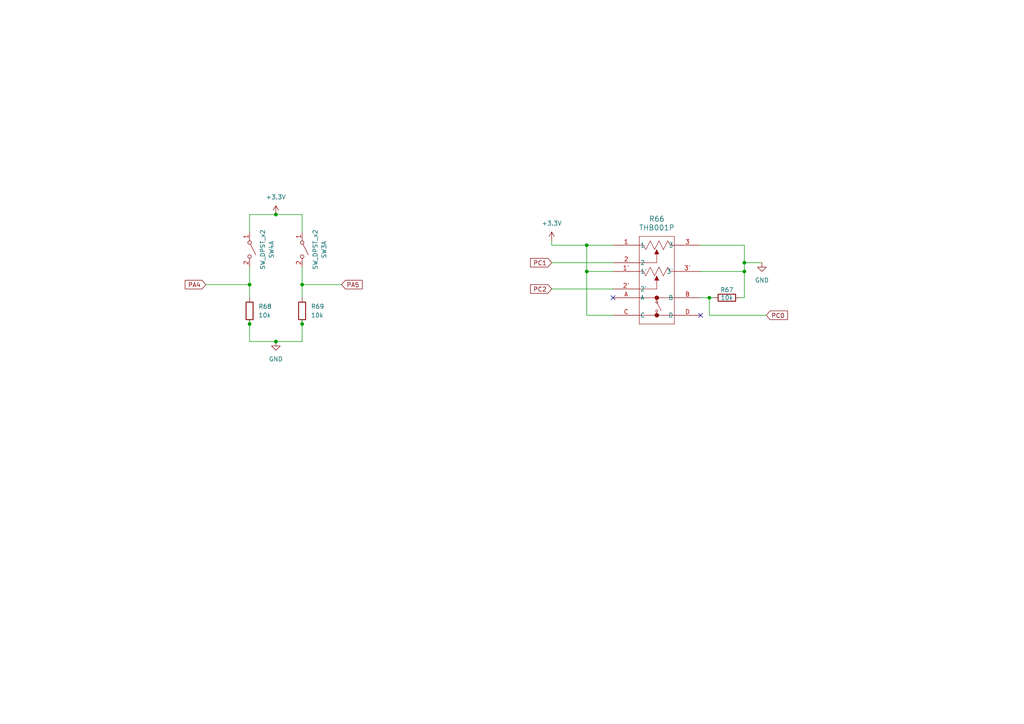
<source format=kicad_sch>
(kicad_sch (version 20250114) (generator "eeschema") (generator_version "9.0")
  (paper "A4")
  (title_block (title "Controllers") (date "2025-09-19") (rev "0"))
  (lib_symbols
    (symbol "Device:R" (pin_numbers (hide yes)) (pin_names (offset 0))
      (property "Reference" "R" (at 2.032 0 90))
      (property "Value" "R" (at 0 0 90))
      (symbol "R_0_1"
        (rectangle (start -1.016 -2.54) (end 1.016 2.54) (stroke (width 0.254)))
      )
      (symbol "R_1_1"
        (pin passive line (at 0 3.81 270) (length 1.27) (name "~") (number "1"))
        (pin passive line (at 0 -3.81 90) (length 1.27) (name "~") (number "2"))
      )
    )
    (symbol "Switch:SW_DPST_x2" (pin_names (offset 0) (hide yes))
      (property "Reference" "SW" (at 0 3.175 0))
      (property "Value" "SW_DPST_x2" (at 0 -2.54 0))
      (symbol "SW_DPST_x2_0_0"
        (circle (center -2.032 0) (radius 0.508))
        (polyline (pts (xy -1.524 0.254) (xy 1.524 1.778)))
        (circle (center 2.032 0) (radius 0.508))
      )
      (symbol "SW_DPST_x2_1_1"
        (pin passive line (at -5.08 0 0) (length 2.54) (name "A") (number "1"))
        (pin passive line (at 5.08 0 180) (length 2.54) (name "B") (number "2"))
      )
      (symbol "SW_DPST_x2_2_1"
        (pin passive line (at -5.08 0 0) (length 2.54) (name "A") (number "3"))
        (pin passive line (at 5.08 0 180) (length 2.54) (name "B") (number "4"))
      )
    )
    (symbol "THB001P:THB001P" (pin_names (offset 0.254))
      (property "Reference" "R" (at 12.7 7.62 0))
      (property "Value" "THB001P" (at 12.7 5.08 0))
      (symbol "THB001P_0_1"
        (polyline (pts (xy 7.62 2.54) (xy 7.62 -22.86)) (stroke (width 0.127)))
        (polyline (pts (xy 7.62 0) (xy 8.89 0)) (stroke (width 0.127)))
        (polyline (pts (xy 7.62 -5.08) (xy 12.7 -5.08)) (stroke (width 0.127)))
        (polyline (pts (xy 7.62 -7.62) (xy 8.89 -7.62)) (stroke (width 0.127)))
        (polyline (pts (xy 7.62 -12.7) (xy 12.7 -12.7)) (stroke (width 0.127)))
        (polyline (pts (xy 7.62 -15.24) (xy 17.78 -15.24)) (stroke (width 0.127)))
        (polyline (pts (xy 7.62 -20.32) (xy 17.78 -20.32)) (stroke (width 0.127)))
        (polyline (pts (xy 7.62 -22.86) (xy 17.78 -22.86)) (stroke (width 0.127)))
        (polyline (pts (xy 8.89 0) (xy 9.525 -1.27)) (stroke (width 0.127)))
        (polyline (pts (xy 8.89 -7.62) (xy 9.525 -8.89)) (stroke (width 0.127)))
        (polyline (pts (xy 9.525 -1.27) (xy 10.795 1.27)) (stroke (width 0.127)))
        (polyline (pts (xy 9.525 -8.89) (xy 10.795 -6.35)) (stroke (width 0.127)))
        (polyline (pts (xy 10.795 1.27) (xy 12.065 -1.27)) (stroke (width 0.127)))
        (polyline (pts (xy 10.795 -6.35) (xy 12.065 -8.89)) (stroke (width 0.127)))
        (polyline (pts (xy 12.065 -1.27) (xy 13.335 1.27)) (stroke (width 0.127)))
        (polyline (pts (xy 12.065 -8.89) (xy 13.335 -6.35)) (stroke (width 0.127)))
        (polyline (pts (xy 12.7 -1.27) (xy 12.065 -2.54) (xy 13.335 -2.54)) (fill (type outline)))
        (polyline (pts (xy 12.7 -5.08) (xy 12.7 -2.54)) (stroke (width 0.127)))
        (polyline (pts (xy 12.7 -8.89) (xy 12.065 -10.16) (xy 13.335 -10.16)) (fill (type outline)))
        (polyline (pts (xy 12.7 -12.7) (xy 12.7 -10.16)) (stroke (width 0.127)))
        (circle (center 12.7 -15.24) (radius 0.127) (stroke (width 0.508)))
        (polyline (pts (xy 12.7 -16.1925) (xy 12.7 -15.24)) (stroke (width 0.127)))
        (polyline (pts (xy 12.7 -16.51) (xy 13.97 -19.05)) (stroke (width 0.127)))
        (circle (center 12.7 -16.51) (radius 0.3048) (stroke (width 0.127)))
        (circle (center 12.7 -19.05) (radius 0.3048) (stroke (width 0.127)))
        (polyline (pts (xy 12.7 -19.3675) (xy 12.7 -20.32)) (stroke (width 0.127)))
        (circle (center 12.7 -20.32) (radius 0.127) (stroke (width 0.508)))
        (polyline (pts (xy 13.335 1.27) (xy 14.605 -1.27)) (stroke (width 0.127)))
        (polyline (pts (xy 13.335 -6.35) (xy 14.605 -8.89)) (stroke (width 0.127)))
        (polyline (pts (xy 14.605 -1.27) (xy 15.875 1.27)) (stroke (width 0.127)))
        (polyline (pts (xy 14.605 -8.89) (xy 15.875 -6.35)) (stroke (width 0.127)))
        (polyline (pts (xy 15.875 1.27) (xy 16.51 0)) (stroke (width 0.127)))
        (polyline (pts (xy 15.875 -6.35) (xy 16.51 -7.62)) (stroke (width 0.127)))
        (polyline (pts (xy 16.51 0) (xy 17.78 0)) (stroke (width 0.127)))
        (polyline (pts (xy 16.51 -7.62) (xy 17.78 -7.62)) (stroke (width 0.127)))
        (polyline (pts (xy 17.78 2.54) (xy 7.62 2.54)) (stroke (width 0.127)))
        (polyline (pts (xy 17.78 -22.86) (xy 17.78 2.54)) (stroke (width 0.127)))
        (pin unspecified line (at 0 0 0) (length 7.62) (name "1") (number "1"))
        (pin unspecified line (at 0 -5.08 0) (length 7.62) (name "2") (number "2"))
        (pin unspecified line (at 0 -7.62 0) (length 7.62) (name "1'") (number "1'"))
        (pin unspecified line (at 0 -12.7 0) (length 7.62) (name "2'") (number "2'"))
        (pin unspecified line (at 0 -15.24 0) (length 7.62) (name "A") (number "A"))
        (pin unspecified line (at 0 -20.32 0) (length 7.62) (name "C") (number "C"))
        (pin unspecified line (at 25.4 0 180) (length 7.62) (name "3") (number "3"))
        (pin unspecified line (at 25.4 -7.62 180) (length 7.62) (name "3'") (number "3'"))
        (pin unspecified line (at 25.4 -15.24 180) (length 7.62) (name "B") (number "B"))
        (pin unspecified line (at 25.4 -20.32 180) (length 7.62) (name "D") (number "D"))
      )
    )
    (symbol "power:+3.3V" (power) (pin_numbers (hide yes)) (pin_names (offset 0) (hide yes))
      (property "Value" "+3.3V" (at 0 3.556 0))
      (symbol "+3.3V_0_1"
        (polyline (pts (xy -0.762 1.27) (xy 0 2.54)))
        (polyline (pts (xy 0 2.54) (xy 0.762 1.27)))
        (polyline (pts (xy 0 0) (xy 0 2.54)))
      )
      (symbol "+3.3V_1_1"
        (pin power_in line (at 0 0 90) (length 0) (name "~") (number "1"))
      )
    )
    (symbol "power:GND" (power) (pin_numbers (hide yes)) (pin_names (offset 0) (hide yes))
      (property "Value" "GND" (at 0 -3.81 0))
      (symbol "GND_0_1"
        (polyline (pts (xy 0 0) (xy 0 -1.27) (xy 1.27 -1.27) (xy 0 -2.54) (xy -1.27 -1.27) (xy 0 -1.27)))
      )
      (symbol "GND_1_1"
        (pin power_in line (at 0 0 270) (length 0) (name "~") (number "1"))
      )
    )
  )
  (junction (at 87.63 82.55))
  (junction (at 215.9 76.2))
  (junction (at 80.01 99.06))
  (junction (at 215.9 78.74))
  (junction (at 205.74 86.36))
  (junction (at 170.18 78.74))
  (junction (at 72.39 82.55))
  (junction (at 72.39 93.98))
  (junction (at 80.01 62.23))
  (junction (at 170.18 71.12))
  (junction (at 87.63 93.98))
  (no_connect (at 177.8 86.36))
  (no_connect (at 203.2 91.44))
  (wire (pts (xy 87.63 99.06) (xy 80.01 99.06)))
  (wire (pts (xy 87.63 93.98) (xy 87.63 99.06)))
  (wire (pts (xy 205.74 91.44) (xy 222.25 91.44)))
  (wire (pts (xy 215.9 76.2) (xy 220.98 76.2)))
  (wire (pts (xy 59.69 82.55) (xy 72.39 82.55)))
  (wire (pts (xy 215.9 76.2) (xy 215.9 71.12)))
  (wire (pts (xy 160.02 69.85) (xy 160.02 71.12)))
  (wire (pts (xy 72.39 93.98) (xy 72.39 99.06)))
  (wire (pts (xy 170.18 71.12) (xy 177.8 71.12)))
  (wire (pts (xy 72.39 62.23) (xy 80.01 62.23)))
  (wire (pts (xy 215.9 71.12) (xy 203.2 71.12)))
  (wire (pts (xy 72.39 92.71) (xy 72.39 93.98)))
  (wire (pts (xy 160.02 83.82) (xy 177.8 83.82)))
  (wire (pts (xy 177.8 78.74) (xy 170.18 78.74)))
  (wire (pts (xy 214.63 86.36) (xy 215.9 86.36)))
  (wire (pts (xy 80.01 62.23) (xy 87.63 62.23)))
  (wire (pts (xy 215.9 78.74) (xy 215.9 86.36)))
  (wire (pts (xy 72.39 82.55) (xy 72.39 86.36)))
  (wire (pts (xy 160.02 71.12) (xy 170.18 71.12)))
  (wire (pts (xy 87.63 92.71) (xy 87.63 93.98)))
  (wire (pts (xy 87.63 77.47) (xy 87.63 82.55)))
  (wire (pts (xy 205.74 86.36) (xy 205.74 91.44)))
  (wire (pts (xy 87.63 82.55) (xy 87.63 86.36)))
  (wire (pts (xy 170.18 78.74) (xy 170.18 71.12)))
  (wire (pts (xy 170.18 78.74) (xy 170.18 91.44)))
  (wire (pts (xy 205.74 86.36) (xy 207.01 86.36)))
  (wire (pts (xy 87.63 62.23) (xy 87.63 67.31)))
  (wire (pts (xy 203.2 78.74) (xy 215.9 78.74)))
  (wire (pts (xy 72.39 62.23) (xy 72.39 67.31)))
  (wire (pts (xy 170.18 91.44) (xy 177.8 91.44)))
  (wire (pts (xy 203.2 86.36) (xy 205.74 86.36)))
  (wire (pts (xy 160.02 76.2) (xy 177.8 76.2)))
  (wire (pts (xy 215.9 78.74) (xy 215.9 76.2)))
  (wire (pts (xy 87.63 82.55) (xy 99.06 82.55)))
  (wire (pts (xy 72.39 99.06) (xy 80.01 99.06)))
  (wire (pts (xy 72.39 77.47) (xy 72.39 82.55)))
  (global_label "PC0" (shape input) (at 222.25 91.44 0) (property "Intersheetrefs" "${INTERSHEET_REFS}" (effects (hide yes))))
  (global_label "PC1" (shape input) (at 160.02 76.2 180) (property "Intersheetrefs" "${INTERSHEET_REFS}" (effects (hide yes))))
  (global_label "PA5" (shape input) (at 99.06 82.55 0) (property "Intersheetrefs" "${INTERSHEET_REFS}" (effects (hide yes))))
  (global_label "PC2" (shape input) (at 160.02 83.82 180) (property "Intersheetrefs" "${INTERSHEET_REFS}" (effects (hide yes))))
  (global_label "PA4" (shape input) (at 59.69 82.55 180) (property "Intersheetrefs" "${INTERSHEET_REFS}" (effects (hide yes))))
  (symbol (lib_id "Switch:SW_DPST_x2") (at 87.63 72.39 270) (unit 1)
    (property "Reference" "SW3" (at 93.98 72.39 0))
    (property "Value" "SW_DPST_x2" (at 91.44 72.39 0))
    (property "Description" "Single Pole Single Throw (SPST) switch, separate symbol" (effects (hide yes)))
  )
  (symbol (lib_id "power:GND") (at 220.98 76.2 0) (unit 1)
    (property "Reference" "#PWR0123" (effects (hide yes)))
    (property "Value" "GND" (at 220.98 81.28 0))
    (property "Description" "Power symbol creates a global label with name \"GND\" , ground" (effects (hide yes)))
  )
  (symbol (lib_id "THB001P:THB001P") (at 177.8 71.12 0) (unit 1)
    (property "Reference" "R66" (at 190.5 63.5 0) (effects (font (size 1.524 1.524))))
    (property "Value" "THB001P" (at 190.5 66.04 0) (effects (font (size 1.524 1.524))))
    (property "Footprint" "THB001P_CNK" (effects (hide yes)))
    (property "Datasheet" "THB001P" (effects (hide yes)))
  )
  (symbol (lib_id "Device:R") (at 72.39 90.17 0) (unit 1)
    (property "Reference" "R68" (at 74.93 88.8999 0) (effects (justify left)))
    (property "Value" "10k" (at 74.93 91.4399 0) (effects (justify left)))
    (property "Description" "Resistor" (effects (hide yes)))
  )
  (symbol (lib_id "power:+3.3V") (at 80.01 62.23 0) (unit 1)
    (property "Reference" "#PWR0125" (effects (hide yes)))
    (property "Value" "+3.3V" (at 80.01 57.15 0))
    (property "Description" "Power symbol creates a global label with name \"+3.3V\"" (effects (hide yes)))
  )
  (symbol (lib_id "Device:R") (at 210.82 86.36 90) (unit 1)
    (property "Reference" "R67" (at 210.82 84.074 90))
    (property "Value" "10k" (at 210.82 86.36 90))
    (property "Description" "Resistor" (effects (hide yes)))
  )
  (symbol (lib_id "power:+3.3V") (at 160.02 69.85 0) (unit 1)
    (property "Reference" "#PWR0122" (effects (hide yes)))
    (property "Value" "+3.3V" (at 160.02 64.77 0))
    (property "Description" "Power symbol creates a global label with name \"+3.3V\"" (effects (hide yes)))
  )
  (symbol (lib_id "power:GND") (at 80.01 99.06 0) (unit 1)
    (property "Reference" "#PWR0124" (effects (hide yes)))
    (property "Value" "GND" (at 80.01 104.14 0))
    (property "Description" "Power symbol creates a global label with name \"GND\" , ground" (effects (hide yes)))
  )
  (symbol (lib_id "Switch:SW_DPST_x2") (at 72.39 72.39 270) (unit 1)
    (property "Reference" "SW4" (at 78.74 72.39 0))
    (property "Value" "SW_DPST_x2" (at 76.2 72.39 0))
    (property "Description" "Single Pole Single Throw (SPST) switch, separate symbol" (effects (hide yes)))
  )
  (symbol (lib_id "Device:R") (at 87.63 90.17 0) (unit 1)
    (property "Reference" "R69" (at 90.17 88.8999 0) (effects (justify left)))
    (property "Value" "10k" (at 90.17 91.4399 0) (effects (justify left)))
    (property "Description" "Resistor" (effects (hide yes)))
  )
)
</source>
